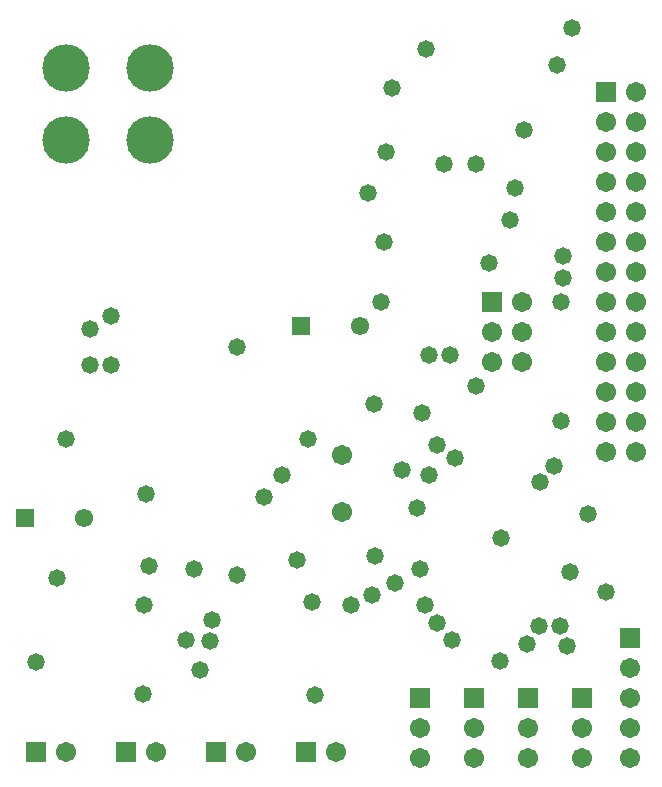
<source format=gbs>
%FSLAX25Y25*%
%MOIN*%
G70*
G01*
G75*
G04 Layer_Color=16711935*
%ADD10R,0.03937X0.04331*%
%ADD11R,0.15748X0.39370*%
%ADD12R,0.07087X0.06299*%
%ADD13O,0.02165X0.06496*%
%ADD14O,0.06496X0.02165*%
%ADD15R,0.08465X0.01575*%
%ADD16R,0.08465X0.01575*%
%ADD17R,0.04331X0.03937*%
%ADD18R,0.06496X0.01181*%
%ADD19R,0.05906X0.05118*%
%ADD20O,0.04921X0.01181*%
%ADD21O,0.09843X0.02756*%
%ADD22R,0.06299X0.02362*%
%ADD23O,0.07087X0.02362*%
%ADD24R,0.16535X0.16535*%
%ADD25R,0.05118X0.02362*%
%ADD26C,0.00787*%
%ADD27C,0.01181*%
%ADD28C,0.05906*%
%ADD29C,0.01969*%
%ADD30C,0.01378*%
%ADD31C,0.04724*%
%ADD32C,0.01000*%
%ADD33C,0.00000*%
%ADD34C,0.03150*%
%ADD35C,0.03937*%
%ADD36C,0.01575*%
%ADD37C,0.05906*%
%ADD38R,0.05906X0.05906*%
%ADD39C,0.05315*%
%ADD40R,0.05315X0.05315*%
%ADD41C,0.05906*%
%ADD42R,0.05906X0.05906*%
%ADD43C,0.15000*%
%ADD44C,0.05000*%
%ADD45C,0.02362*%
%ADD46C,0.00984*%
%ADD47C,0.00800*%
%ADD48R,0.04737X0.05131*%
%ADD49R,0.16548X0.40170*%
%ADD50R,0.07887X0.07099*%
%ADD51O,0.02965X0.07296*%
%ADD52O,0.07296X0.02965*%
%ADD53R,0.09265X0.02375*%
%ADD54R,0.09265X0.02375*%
%ADD55R,0.05131X0.04737*%
%ADD56R,0.07296X0.01981*%
%ADD57R,0.06706X0.05918*%
%ADD58O,0.05721X0.01981*%
%ADD59O,0.10642X0.03556*%
%ADD60R,0.07099X0.03162*%
%ADD61O,0.07887X0.03162*%
%ADD62R,0.17335X0.17335*%
%ADD63R,0.05918X0.03162*%
%ADD64C,0.06706*%
%ADD65R,0.06706X0.06706*%
%ADD66C,0.06115*%
%ADD67R,0.06115X0.06115*%
%ADD68C,0.06706*%
%ADD69R,0.06706X0.06706*%
%ADD70C,0.15800*%
%ADD71C,0.05800*%
D64*
X210000Y110000D02*
D03*
X200000D02*
D03*
X210000Y120000D02*
D03*
X200000D02*
D03*
X210000Y130000D02*
D03*
X200000D02*
D03*
X210000Y140000D02*
D03*
X200000D02*
D03*
X210000Y150000D02*
D03*
X200000D02*
D03*
X210000Y160000D02*
D03*
X200000D02*
D03*
X210000Y170000D02*
D03*
X200000D02*
D03*
X210000Y180000D02*
D03*
X200000D02*
D03*
X210000Y190000D02*
D03*
X200000D02*
D03*
X210000Y200000D02*
D03*
X200000D02*
D03*
X210000Y210000D02*
D03*
X200000D02*
D03*
X210000Y220000D02*
D03*
X200000D02*
D03*
X210000Y230000D02*
D03*
X138000Y8000D02*
D03*
Y18000D02*
D03*
X174000Y8000D02*
D03*
Y18000D02*
D03*
X192000Y8000D02*
D03*
Y18000D02*
D03*
X156000Y8000D02*
D03*
Y18000D02*
D03*
X172000Y140000D02*
D03*
X162000D02*
D03*
X172000Y150000D02*
D03*
X162000D02*
D03*
X172000Y160000D02*
D03*
X110000Y10000D02*
D03*
X80000D02*
D03*
X50000D02*
D03*
X20000D02*
D03*
X208000Y38000D02*
D03*
Y28000D02*
D03*
Y18000D02*
D03*
Y8000D02*
D03*
D65*
X200000Y230000D02*
D03*
X138000Y28000D02*
D03*
X174000D02*
D03*
X192000D02*
D03*
X156000D02*
D03*
X162000Y160000D02*
D03*
X208000Y48000D02*
D03*
D66*
X117843Y152000D02*
D03*
X25843Y88000D02*
D03*
D67*
X98157Y152000D02*
D03*
X6157Y88000D02*
D03*
D68*
X112000Y90000D02*
D03*
Y109200D02*
D03*
D69*
X100000Y10000D02*
D03*
X70000D02*
D03*
X40000D02*
D03*
X10000D02*
D03*
D70*
X20000Y238000D02*
D03*
Y214000D02*
D03*
X48000Y238000D02*
D03*
Y214000D02*
D03*
D71*
X183500Y239000D02*
D03*
X200000Y63500D02*
D03*
X185000Y160000D02*
D03*
X140000Y244500D02*
D03*
X161000Y173000D02*
D03*
X172500Y217500D02*
D03*
X156500Y206000D02*
D03*
X146000D02*
D03*
X120500Y196500D02*
D03*
X126500Y210000D02*
D03*
X169500Y198000D02*
D03*
X168000Y187500D02*
D03*
X188500Y251500D02*
D03*
X20000Y114500D02*
D03*
X77000Y145000D02*
D03*
X35000Y155500D02*
D03*
Y139000D02*
D03*
X28000D02*
D03*
Y151000D02*
D03*
X126000Y180000D02*
D03*
X64500Y37500D02*
D03*
X128500Y231500D02*
D03*
X138000Y71000D02*
D03*
X86000Y95000D02*
D03*
X46000Y59000D02*
D03*
X97000Y74000D02*
D03*
X62500Y71000D02*
D03*
X17000Y68000D02*
D03*
X10000Y40000D02*
D03*
X103000Y29000D02*
D03*
X45500Y29500D02*
D03*
X77000Y69000D02*
D03*
X60000Y47500D02*
D03*
X68000Y47000D02*
D03*
X148500Y47500D02*
D03*
X143500Y53000D02*
D03*
X102000Y60000D02*
D03*
X139500Y59000D02*
D03*
X68500Y54000D02*
D03*
X47500Y72000D02*
D03*
X194000Y89500D02*
D03*
X182500Y105500D02*
D03*
X164500Y40500D02*
D03*
X188000Y70000D02*
D03*
X187000Y45500D02*
D03*
X178000Y100000D02*
D03*
X132000Y104000D02*
D03*
X122000Y62500D02*
D03*
X115000Y59000D02*
D03*
X129500Y66500D02*
D03*
X184500Y52000D02*
D03*
X173500Y46000D02*
D03*
X177500Y52000D02*
D03*
X123000Y75500D02*
D03*
X165000Y81500D02*
D03*
X137000Y91500D02*
D03*
X138500Y123000D02*
D03*
X122500Y126000D02*
D03*
X143500Y112500D02*
D03*
X149500Y108000D02*
D03*
X46500Y96000D02*
D03*
X141000Y102500D02*
D03*
X185000Y120500D02*
D03*
X156500Y132000D02*
D03*
X141000Y142500D02*
D03*
X148000D02*
D03*
X185500Y168000D02*
D03*
Y175500D02*
D03*
X125000Y160000D02*
D03*
X92000Y102500D02*
D03*
X100500Y114500D02*
D03*
M02*

</source>
